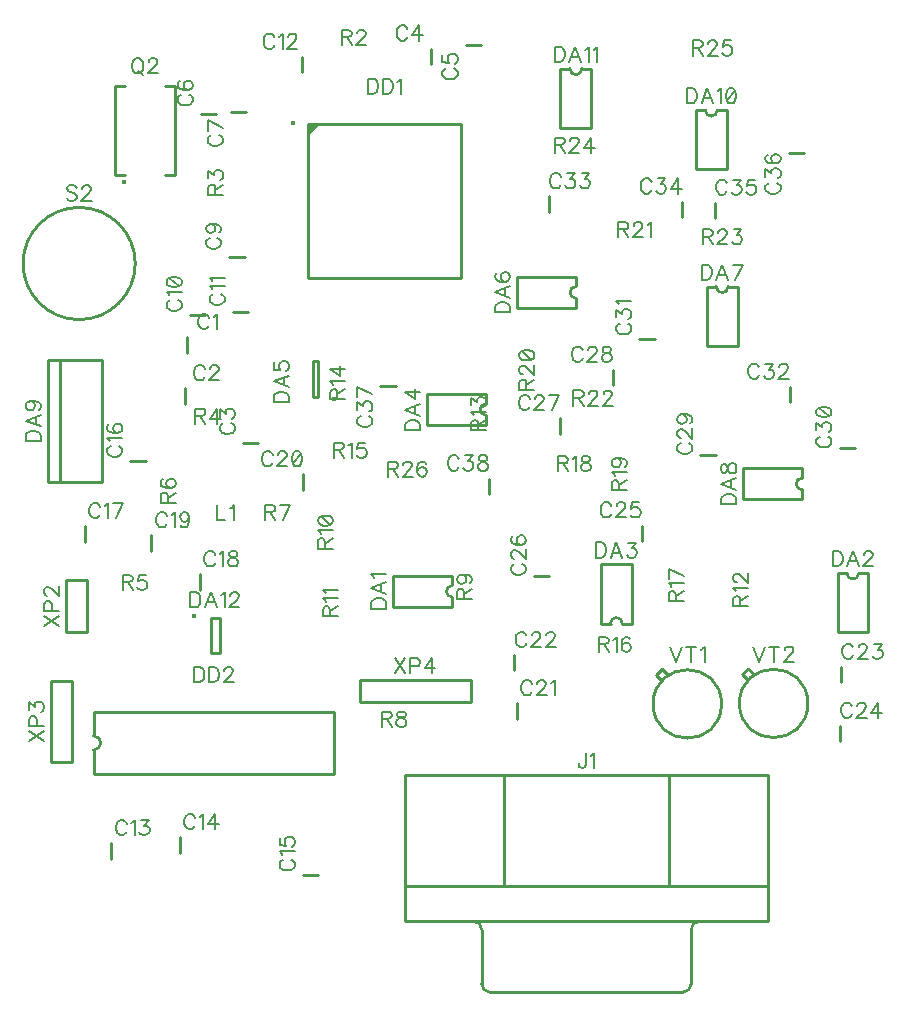
<source format=gbr>
G04 DipTrace 3.2.0.1*
G04 Âåðõíÿÿìàðêèðîâêà.gbr*
%MOIN*%
G04 #@! TF.FileFunction,Legend,Top*
G04 #@! TF.Part,Single*
%ADD10C,0.009843*%
%ADD17C,0.016398*%
%ADD22C,0.015475*%
%ADD24C,0.015395*%
%ADD26C,0.015422*%
%ADD97C,0.00772*%
%FSLAX26Y26*%
G04*
G70*
G90*
G75*
G01*
G04 TopSilk*
%LPD*%
X1064243Y2409948D2*
D10*
Y2461089D1*
X1060323Y2239496D2*
Y2290638D1*
X1303562Y2110172D2*
X1252420D1*
X1879051Y3423412D2*
Y3372270D1*
X1994559Y3434584D2*
X2045701D1*
X1163293Y3204699D2*
X1112151D1*
X1212156Y3212238D2*
X1263298D1*
X1257495Y2727100D2*
X1206353D1*
X1126125Y2534529D2*
X1074983D1*
X1269259Y2543766D2*
X1218117D1*
X1447879Y3396087D2*
Y3344945D1*
X1468160Y3170927D2*
X1980034D1*
Y2659052D1*
X1468160D1*
Y3170927D1*
G36*
D2*
Y3135454D1*
Y3170927D1*
G37*
G36*
D2*
Y3131505D1*
X1507581Y3170927D1*
X1468160D1*
G37*
D17*
X1420540Y3176381D3*
X519249Y2706965D2*
D10*
G02X519249Y2706965I187008J0D01*
G01*
D22*
X856722Y2977373D3*
X825221Y3002498D2*
D10*
Y3297662D1*
X858779D2*
X825221D1*
X858779Y3002498D2*
X825221D1*
X1025928D2*
Y3297662D1*
X992591D1*
X1025928Y3002498D2*
X992591D1*
D24*
X1090524Y1530569D3*
X1144590Y1525306D2*
D10*
Y1407198D1*
X1176080Y1525306D2*
Y1407198D1*
X1144590D2*
X1176080D1*
X1144590Y1525306D2*
X1176080D1*
X1043294Y743398D2*
Y794539D1*
X1502652Y669243D2*
X1451510D1*
X927936Y2047445D2*
X876794D1*
X725615Y1780134D2*
Y1831276D1*
X1109219Y1619387D2*
Y1670529D1*
X947286Y1749322D2*
Y1800463D1*
X1453102Y2003875D2*
Y1952734D1*
X2164828Y1189762D2*
Y1240904D1*
D26*
X1554164Y2254051D3*
X1504022Y2263252D2*
D10*
Y2381357D1*
X1484337D1*
Y2263252D1*
X1504022D1*
X640854Y1977148D2*
Y2386597D1*
X601428Y1977148D2*
Y2386597D1*
X782530Y1977148D2*
Y2386597D1*
Y1977148D2*
X601428D1*
X782530Y2386597D2*
X601428D1*
X661703Y1479822D2*
X732570D1*
Y1650688D2*
Y1479822D1*
X661703Y1650688D2*
X732570D1*
X661703D2*
Y1479822D1*
X683226Y1316186D2*
X612360D1*
Y1045320D2*
Y1316186D1*
X683226Y1045320D2*
X612360D1*
X683226D2*
Y1316186D1*
X1641395Y1246585D2*
Y1317451D1*
X2012261Y1246585D2*
Y1317451D1*
X1641395Y1246585D2*
X2012261D1*
X1641395Y1317451D2*
X2012261D1*
X754302Y1211289D2*
X1557451D1*
Y1006556D2*
Y1211289D1*
X754302Y1006556D2*
X1557451D1*
X754302D2*
Y1085297D1*
Y1211289D2*
Y1132548D1*
Y1085297D2*
G03X754302Y1132548I-13J23626D01*
G01*
X1950325Y1665499D2*
X1753470D1*
X1950325Y1563123D2*
X1753470D1*
Y1665499D2*
Y1563123D1*
X1950325Y1634006D2*
Y1665499D1*
Y1594617D2*
Y1563123D1*
Y1634006D2*
G03X1950325Y1594617I9J-19694D01*
G01*
X3234352Y1674940D2*
Y1478086D1*
X3336729Y1674940D2*
Y1478086D1*
X3234352D2*
X3336729D1*
X3265846Y1674940D2*
X3234352D1*
X3305235D2*
X3336729D1*
X3265846D2*
G03X3305235Y1674940I19694J9D01*
G01*
X2157385Y1350869D2*
Y1402010D1*
X3246597Y1310953D2*
Y1362094D1*
X3243244Y1114972D2*
Y1166114D1*
X1710436Y2300312D2*
X1761577D1*
X2362418Y2661972D2*
X2165564D1*
X2362418Y2559595D2*
X2165564D1*
Y2661972D2*
Y2559595D1*
X2362418Y2630478D2*
Y2661972D1*
Y2591089D2*
Y2559595D1*
Y2630478D2*
G03X2362418Y2591089I9J-19694D01*
G01*
X2271816Y2879722D2*
Y2930864D1*
X2309921Y2191248D2*
Y2140106D1*
X2798502Y2629673D2*
Y2432818D1*
X2900878Y2629673D2*
Y2432818D1*
X2798502D2*
X2900878D1*
X2829996Y2629673D2*
X2798502D1*
X2869385D2*
X2900878D1*
X2829996D2*
G03X2869385Y2629673I19694J9D01*
G01*
X3116465Y2023716D2*
X2919611D1*
X3116465Y1921339D2*
X2919611D1*
Y2023716D2*
Y1921339D1*
X3116465Y1992222D2*
Y2023716D1*
Y1952833D2*
Y1921339D1*
Y1992222D2*
G03X3116465Y1952833I9J-19694D01*
G01*
X3291995Y2090404D2*
X3240853D1*
X2624655Y2456156D2*
X2573513D1*
X3074927Y2295642D2*
Y2244500D1*
X2486152Y2352315D2*
Y2301173D1*
X2717343Y2913256D2*
Y2862114D1*
X2825551Y2858457D2*
Y2909598D1*
X2762498Y3218022D2*
Y3021167D1*
X2864875Y3218022D2*
Y3021167D1*
X2762498D2*
X2864875D1*
X2793992Y3218022D2*
X2762498D1*
X2833381D2*
X2864875D1*
X2793992D2*
G03X2833381Y3218022I19694J9D01*
G01*
X3071152Y3076677D2*
X3122294D1*
X2548402Y1506988D2*
Y1703842D1*
X2446026Y1506988D2*
Y1703842D1*
X2548402D2*
X2446026D1*
X2516908Y1506988D2*
X2548402D1*
X2477519D2*
X2446026D1*
X2516908D2*
G03X2477519Y1506988I-19694J-9D01*
G01*
X2273402Y1664126D2*
X2222260D1*
X2828084Y2067176D2*
X2776942D1*
X2062724Y2271533D2*
X1865869D1*
X2062724Y2169157D2*
X1865869D1*
Y2271533D2*
Y2169157D1*
X2062724Y2240040D2*
Y2271533D1*
Y2200651D2*
Y2169157D1*
Y2240040D2*
G03X2062724Y2200651I9J-19694D01*
G01*
X2073203Y1990067D2*
Y1938925D1*
X2582192Y1833647D2*
Y1782505D1*
X813819Y723312D2*
Y774454D1*
X2047969Y305287D2*
G03X2075858Y277758I28094J569D01*
G01*
X2047969Y486400D2*
G03X2021291Y513930I-26055J1442D01*
G01*
X2718535Y277758D2*
G03X2746425Y305287I-204J28099D01*
G01*
X2773102Y513930D2*
G03X2746425Y486400I-622J-26087D01*
G01*
X2047969D2*
Y305287D1*
X2746425Y486400D2*
Y305287D1*
X2672457Y1002212D2*
Y632016D1*
X3003496Y513930D2*
X1790898D1*
X2121937Y1002212D2*
Y632016D1*
X3003496Y1002212D2*
X1790898D1*
X2718535Y277758D2*
X2075858D1*
X3003496Y1002212D2*
Y513930D1*
X1790898Y1002212D2*
Y513930D1*
X3003496Y632016D2*
X1790898D1*
X2310671Y3356224D2*
Y3159369D1*
X2413048Y3356224D2*
Y3159369D1*
X2310671D2*
X2413048D1*
X2342165Y3356224D2*
X2310671D1*
X2381554D2*
X2413048D1*
X2342165D2*
G03X2381554Y3356224I19694J9D01*
G01*
X2648809Y1315898D2*
X2629118Y1335587D1*
X2668499D2*
X2648809Y1355276D1*
X2629118Y1335587D1*
X2619683Y1238952D2*
G02X2619683Y1238952I113949J0D01*
G01*
X2936328Y1317510D2*
X2916638Y1337199D1*
X2956019D2*
X2936328Y1356887D1*
X2916638Y1337199D1*
X2907203Y1240563D2*
G02X2907203Y1240563I113949J0D01*
G01*
X1139338Y2526331D2*
D97*
X1136961Y2531084D1*
X1132153Y2535892D1*
X1127400Y2538269D1*
X1117838D1*
X1113030Y2535892D1*
X1108277Y2531084D1*
X1105845Y2526331D1*
X1103468Y2519146D1*
Y2507152D1*
X1105845Y2500022D1*
X1108277Y2495214D1*
X1113030Y2490461D1*
X1117838Y2488029D1*
X1127400D1*
X1132153Y2490461D1*
X1136961Y2495214D1*
X1139338Y2500022D1*
X1154777Y2528652D2*
X1159586Y2531084D1*
X1166771Y2538214D1*
Y2488029D1*
X1124668Y2355879D2*
X1122292Y2360633D1*
X1117483Y2365441D1*
X1112730Y2367818D1*
X1103168D1*
X1098360Y2365441D1*
X1093607Y2360633D1*
X1091175Y2355879D1*
X1088798Y2348694D1*
Y2336701D1*
X1091175Y2329571D1*
X1093607Y2324763D1*
X1098360Y2320009D1*
X1103168Y2317578D1*
X1112730D1*
X1117483Y2320009D1*
X1122292Y2324763D1*
X1124668Y2329571D1*
X1142539Y2355824D2*
Y2358201D1*
X1144916Y2363009D1*
X1147292Y2365386D1*
X1152101Y2367762D1*
X1161663D1*
X1166416Y2365386D1*
X1168792Y2363009D1*
X1171224Y2358201D1*
Y2353447D1*
X1168792Y2348639D1*
X1164039Y2341509D1*
X1140107Y2317578D1*
X1173601D1*
X1187178Y2174517D2*
X1182425Y2172141D1*
X1177617Y2167332D1*
X1175240Y2162579D1*
Y2153018D1*
X1177617Y2148209D1*
X1182425Y2143456D1*
X1187178Y2141024D1*
X1194363Y2138647D1*
X1206357D1*
X1213487Y2141024D1*
X1218295Y2143456D1*
X1223048Y2148209D1*
X1225480Y2153017D1*
Y2162579D1*
X1223048Y2167332D1*
X1218295Y2172141D1*
X1213487Y2174517D1*
X1175296Y2194765D2*
Y2221018D1*
X1194419Y2206703D1*
Y2213888D1*
X1196795Y2218641D1*
X1199172Y2221018D1*
X1206357Y2223450D1*
X1211110D1*
X1218295Y2221018D1*
X1223104Y2216265D1*
X1225480Y2209080D1*
Y2201895D1*
X1223104Y2194765D1*
X1220672Y2192388D1*
X1215919Y2189957D1*
X1800455Y3488654D2*
X1798078Y3493407D1*
X1793270Y3498215D1*
X1788517Y3500592D1*
X1778955D1*
X1774147Y3498215D1*
X1769393Y3493407D1*
X1766962Y3488654D1*
X1764585Y3481469D1*
Y3469475D1*
X1766962Y3462345D1*
X1769393Y3457537D1*
X1774147Y3452784D1*
X1778955Y3450352D1*
X1788517D1*
X1793270Y3452784D1*
X1798078Y3457537D1*
X1800455Y3462345D1*
X1839826Y3450352D2*
Y3500537D1*
X1815894Y3467099D1*
X1851764D1*
X1929318Y3357176D2*
X1924564Y3354800D1*
X1919756Y3349991D1*
X1917379Y3345238D1*
Y3335676D1*
X1919756Y3330868D1*
X1924564Y3326115D1*
X1929318Y3323683D1*
X1936503Y3321306D1*
X1948496D1*
X1955626Y3323683D1*
X1960434Y3326115D1*
X1965187Y3330868D1*
X1967619Y3335676D1*
Y3345238D1*
X1965187Y3349991D1*
X1960434Y3354799D1*
X1955626Y3357176D1*
X1917435Y3401300D2*
Y3377424D1*
X1938934Y3375047D1*
X1936558Y3377424D1*
X1934126Y3384609D1*
Y3391739D1*
X1936558Y3398924D1*
X1941311Y3403732D1*
X1948496Y3406109D1*
X1953249D1*
X1960434Y3403732D1*
X1965243Y3398924D1*
X1967619Y3391739D1*
Y3384609D1*
X1965243Y3377424D1*
X1962811Y3375047D1*
X1958058Y3372615D1*
X1046909Y3270261D2*
X1042156Y3267884D1*
X1037348Y3263076D1*
X1034971Y3258323D1*
Y3248761D1*
X1037348Y3243953D1*
X1042156Y3239199D1*
X1046909Y3236768D1*
X1054094Y3234391D1*
X1066088D1*
X1073218Y3236768D1*
X1078026Y3239199D1*
X1082779Y3243953D1*
X1085211Y3248761D1*
Y3258323D1*
X1082779Y3263076D1*
X1078026Y3267884D1*
X1073218Y3270261D1*
X1042156Y3314385D2*
X1037403Y3312008D1*
X1035026Y3304823D1*
Y3300070D1*
X1037403Y3292885D1*
X1044588Y3288077D1*
X1056526Y3285700D1*
X1068465D1*
X1078026Y3288077D1*
X1082835Y3292885D1*
X1085211Y3300070D1*
Y3302447D1*
X1082835Y3309576D1*
X1078026Y3314385D1*
X1070841Y3316761D1*
X1068465D1*
X1061280Y3314385D1*
X1056526Y3309576D1*
X1054150Y3302447D1*
Y3300070D1*
X1056526Y3292885D1*
X1061280Y3288077D1*
X1068465Y3285700D1*
X1146915Y3134830D2*
X1142161Y3132453D1*
X1137353Y3127645D1*
X1134976Y3122891D1*
Y3113330D1*
X1137353Y3108521D1*
X1142161Y3103768D1*
X1146915Y3101336D1*
X1154100Y3098960D1*
X1166093D1*
X1173223Y3101336D1*
X1178031Y3103768D1*
X1182785Y3108521D1*
X1185216Y3113330D1*
Y3122891D1*
X1182785Y3127645D1*
X1178031Y3132453D1*
X1173223Y3134830D1*
X1185216Y3159830D2*
X1135032Y3183762D1*
Y3150269D1*
X1141112Y2792633D2*
X1136358Y2790257D1*
X1131550Y2785448D1*
X1129173Y2780695D1*
Y2771134D1*
X1131550Y2766325D1*
X1136358Y2761572D1*
X1141111Y2759140D1*
X1148297Y2756764D1*
X1160290D1*
X1167420Y2759140D1*
X1172228Y2761572D1*
X1176981Y2766325D1*
X1179413Y2771134D1*
Y2780695D1*
X1176981Y2785448D1*
X1172228Y2790257D1*
X1167420Y2792633D1*
X1145920Y2839189D2*
X1153105Y2836758D1*
X1157913Y2832004D1*
X1160290Y2824819D1*
Y2822443D1*
X1157913Y2815258D1*
X1153105Y2810505D1*
X1145920Y2808073D1*
X1143543D1*
X1136358Y2810505D1*
X1131605Y2815258D1*
X1129229Y2822443D1*
Y2824819D1*
X1131605Y2832004D1*
X1136358Y2836758D1*
X1145920Y2839189D1*
X1157913D1*
X1169852Y2836757D1*
X1177037Y2832004D1*
X1179413Y2824819D1*
Y2820066D1*
X1177037Y2812881D1*
X1172228Y2810504D1*
X1009741Y2585158D2*
X1004988Y2582781D1*
X1000180Y2577973D1*
X997803Y2573220D1*
Y2563658D1*
X1000180Y2558850D1*
X1004988Y2554096D1*
X1009741Y2551665D1*
X1016926Y2549288D1*
X1028920D1*
X1036050Y2551665D1*
X1040858Y2554096D1*
X1045611Y2558850D1*
X1048043Y2563658D1*
Y2573220D1*
X1045611Y2577973D1*
X1040858Y2582781D1*
X1036050Y2585158D1*
X1007420Y2600597D2*
X1004988Y2605406D1*
X997859Y2612591D1*
X1048043D1*
X997859Y2642400D2*
X1000235Y2635215D1*
X1007420Y2630406D1*
X1019358Y2628030D1*
X1026543D1*
X1038482Y2630406D1*
X1045667Y2635215D1*
X1048043Y2642400D1*
Y2647153D1*
X1045667Y2654338D1*
X1038482Y2659091D1*
X1026543Y2661523D1*
X1019358D1*
X1007420Y2659091D1*
X1000235Y2654338D1*
X997859Y2647153D1*
Y2642400D1*
X1007420Y2659091D2*
X1038482Y2630406D1*
X1152875Y2605145D2*
X1148122Y2602769D1*
X1143314Y2597960D1*
X1140937Y2593207D1*
Y2583646D1*
X1143314Y2578837D1*
X1148122Y2574084D1*
X1152875Y2571652D1*
X1160060Y2569275D1*
X1172054D1*
X1179184Y2571652D1*
X1183992Y2574084D1*
X1188745Y2578837D1*
X1191177Y2583646D1*
Y2593207D1*
X1188745Y2597960D1*
X1183992Y2602769D1*
X1179184Y2605145D1*
X1150554Y2620585D2*
X1148122Y2625393D1*
X1140992Y2632578D1*
X1191177D1*
X1150554Y2648017D2*
X1148122Y2652826D1*
X1140992Y2660011D1*
X1191177D1*
X1356755Y3461328D2*
X1354378Y3466081D1*
X1349570Y3470890D1*
X1344817Y3473266D1*
X1335255D1*
X1330447Y3470890D1*
X1325693Y3466081D1*
X1323262Y3461328D1*
X1320885Y3454143D1*
Y3442150D1*
X1323262Y3435020D1*
X1325693Y3430211D1*
X1330447Y3425458D1*
X1335255Y3423026D1*
X1344817D1*
X1349570Y3425458D1*
X1354378Y3430211D1*
X1356755Y3435020D1*
X1372194Y3463649D2*
X1377003Y3466081D1*
X1384188Y3473211D1*
Y3423026D1*
X1402059Y3461273D2*
Y3463649D1*
X1404435Y3468458D1*
X1406812Y3470835D1*
X1411620Y3473211D1*
X1421182D1*
X1425935Y3470835D1*
X1428312Y3468458D1*
X1430744Y3463649D1*
Y3458896D1*
X1428312Y3454088D1*
X1423559Y3446958D1*
X1399627Y3423026D1*
X1433120D1*
X1669168Y3322858D2*
Y3272618D1*
X1685914D1*
X1693099Y3275050D1*
X1697908Y3279803D1*
X1700285Y3284612D1*
X1702661Y3291741D1*
Y3303735D1*
X1700285Y3310920D1*
X1697908Y3315673D1*
X1693099Y3320482D1*
X1685914Y3322858D1*
X1669168D1*
X1718100D2*
Y3272618D1*
X1734847D1*
X1742032Y3275050D1*
X1746841Y3279803D1*
X1749217Y3284612D1*
X1751594Y3291741D1*
Y3303735D1*
X1749217Y3310920D1*
X1746841Y3315673D1*
X1742032Y3320482D1*
X1734847Y3322858D1*
X1718100D1*
X1767033Y3313241D2*
X1771841Y3315673D1*
X1779026Y3322803D1*
Y3272618D1*
X1581018Y3461783D2*
X1602518D1*
X1609703Y3464215D1*
X1612135Y3466592D1*
X1614511Y3471345D1*
Y3476154D1*
X1612135Y3480907D1*
X1609703Y3483339D1*
X1602518Y3485715D1*
X1581018D1*
Y3435475D1*
X1597765Y3461783D2*
X1614511Y3435475D1*
X1632382Y3473722D2*
Y3476098D1*
X1634759Y3480907D1*
X1637136Y3483283D1*
X1641944Y3485660D1*
X1651506D1*
X1656259Y3483283D1*
X1658635Y3480907D1*
X1661067Y3476098D1*
Y3471345D1*
X1658635Y3466537D1*
X1653882Y3459407D1*
X1629951Y3435475D1*
X1663444D1*
X1160249Y2936701D2*
Y2958200D1*
X1157818Y2965385D1*
X1155441Y2967817D1*
X1150688Y2970194D1*
X1145879D1*
X1141126Y2967817D1*
X1138694Y2965385D1*
X1136318Y2958200D1*
Y2936701D1*
X1186558D1*
X1160249Y2953447D2*
X1186558Y2970194D1*
X1136373Y2990442D2*
Y3016695D1*
X1155496Y3002380D1*
Y3009565D1*
X1157873Y3014318D1*
X1160249Y3016695D1*
X1167434Y3019126D1*
X1172188D1*
X1179373Y3016694D1*
X1184181Y3011941D1*
X1186558Y3004756D1*
Y2997571D1*
X1184181Y2990441D1*
X1181749Y2988065D1*
X1176996Y2985633D1*
X1093327Y2199424D2*
X1114827D1*
X1122012Y2201856D1*
X1124444Y2204232D1*
X1126820Y2208986D1*
Y2213794D1*
X1124444Y2218547D1*
X1122012Y2220979D1*
X1114827Y2223356D1*
X1093327D1*
Y2173116D1*
X1110074Y2199424D2*
X1126820Y2173116D1*
X1166191D2*
Y2223300D1*
X1142260Y2189862D1*
X1178130D1*
X698538Y2960010D2*
X693784Y2964819D1*
X686599Y2967196D1*
X677038D1*
X669853Y2964819D1*
X665044Y2960010D1*
Y2955257D1*
X667476Y2950449D1*
X669853Y2948072D1*
X674606Y2945696D1*
X688976Y2940887D1*
X693784Y2938511D1*
X696161Y2936079D1*
X698538Y2931326D1*
Y2924141D1*
X693784Y2919387D1*
X686599Y2916956D1*
X677038D1*
X669853Y2919387D1*
X665044Y2924141D1*
X716409Y2955202D2*
Y2957579D1*
X718785Y2962387D1*
X721162Y2964764D1*
X725970Y2967140D1*
X735532D1*
X740285Y2964764D1*
X742662Y2962387D1*
X745094Y2957579D1*
Y2952825D1*
X742662Y2948017D1*
X737909Y2940887D1*
X713977Y2916956D1*
X747470D1*
X896328Y3390636D2*
X891575Y3388315D1*
X886766Y3383507D1*
X884389Y3378698D1*
X881958Y3371513D1*
Y3359575D1*
X884389Y3352390D1*
X886766Y3347637D1*
X891575Y3342828D1*
X896328Y3340452D1*
X905889D1*
X910698Y3342828D1*
X915451Y3347637D1*
X917828Y3352390D1*
X920259Y3359575D1*
Y3371513D1*
X917828Y3378698D1*
X915451Y3383507D1*
X910698Y3388315D1*
X905889Y3390636D1*
X896328D1*
X903513Y3350013D2*
X917828Y3335643D1*
X938131Y3378643D2*
Y3381020D1*
X940507Y3385828D1*
X942884Y3388205D1*
X947692Y3390581D1*
X957254D1*
X962007Y3388205D1*
X964384Y3385828D1*
X966815Y3381020D1*
Y3376266D1*
X964384Y3371458D1*
X959630Y3364328D1*
X935699Y3340396D1*
X969192D1*
X1077165Y1611492D2*
Y1561252D1*
X1093911D1*
X1101096Y1563684D1*
X1105905Y1568437D1*
X1108281Y1573246D1*
X1110658Y1580375D1*
Y1592369D1*
X1108281Y1599554D1*
X1105905Y1604307D1*
X1101096Y1609116D1*
X1093911Y1611492D1*
X1077165D1*
X1164399Y1561252D2*
X1145221Y1611492D1*
X1126097Y1561252D1*
X1133282Y1577999D2*
X1157214D1*
X1179838Y1601875D2*
X1184647Y1604307D1*
X1191832Y1611437D1*
Y1561252D1*
X1209703Y1599499D2*
Y1601875D1*
X1212080Y1606684D1*
X1214456Y1609060D1*
X1219265Y1611437D1*
X1228826D1*
X1233579Y1609060D1*
X1235956Y1606684D1*
X1238388Y1601875D1*
Y1597122D1*
X1235956Y1592314D1*
X1231203Y1585184D1*
X1207271Y1561252D1*
X1240764D1*
X1092735Y859781D2*
X1090358Y864534D1*
X1085550Y869343D1*
X1080796Y871719D1*
X1071235D1*
X1066426Y869343D1*
X1061673Y864534D1*
X1059241Y859781D1*
X1056865Y852596D1*
Y840602D1*
X1059241Y833473D1*
X1061673Y828664D1*
X1066426Y823911D1*
X1071235Y821479D1*
X1080796D1*
X1085550Y823911D1*
X1090358Y828664D1*
X1092735Y833473D1*
X1108174Y862102D2*
X1112982Y864534D1*
X1120167Y871664D1*
Y821479D1*
X1159538D2*
Y871664D1*
X1135607Y838226D1*
X1171477D1*
X1386269Y719872D2*
X1381516Y717495D1*
X1376707Y712687D1*
X1374331Y707934D1*
Y698372D1*
X1376707Y693564D1*
X1381516Y688810D1*
X1386269Y686379D1*
X1393454Y684002D1*
X1405447D1*
X1412577Y686379D1*
X1417386Y688810D1*
X1422139Y693564D1*
X1424571Y698372D1*
Y707934D1*
X1422139Y712687D1*
X1417386Y717495D1*
X1412577Y719872D1*
X1383948Y735311D2*
X1381516Y740119D1*
X1374386Y747305D1*
X1424571Y747304D1*
X1374386Y791429D2*
Y767552D1*
X1395886Y765176D1*
X1393509Y767552D1*
X1391077Y774737D1*
Y781867D1*
X1393509Y789052D1*
X1398262Y793860D1*
X1405448Y796237D1*
X1410201D1*
X1417386Y793860D1*
X1422194Y789052D1*
X1424571Y781867D1*
Y774737D1*
X1422194Y767552D1*
X1419762Y765176D1*
X1415009Y762744D1*
X811552Y2099290D2*
X806799Y2096913D1*
X801991Y2092105D1*
X799614Y2087352D1*
Y2077790D1*
X801991Y2072982D1*
X806799Y2068228D1*
X811552Y2065797D1*
X818737Y2063420D1*
X830731D1*
X837861Y2065797D1*
X842669Y2068228D1*
X847422Y2072982D1*
X849854Y2077790D1*
Y2087352D1*
X847422Y2092105D1*
X842669Y2096913D1*
X837861Y2099290D1*
X809231Y2114729D2*
X806799Y2119538D1*
X799670Y2126723D1*
X849854D1*
X806799Y2170847D2*
X802046Y2168470D1*
X799670Y2161285D1*
Y2156532D1*
X802046Y2149347D1*
X809231Y2144538D1*
X821169Y2142162D1*
X833108D1*
X842669Y2144538D1*
X847478Y2149347D1*
X849854Y2156532D1*
Y2158908D1*
X847478Y2166038D1*
X842669Y2170847D1*
X835484Y2173223D1*
X833108D1*
X825923Y2170847D1*
X821169Y2166038D1*
X818793Y2158908D1*
Y2156532D1*
X821169Y2149347D1*
X825923Y2144538D1*
X833108Y2142162D1*
X776244Y1896517D2*
X773868Y1901270D1*
X769059Y1906079D1*
X764306Y1908455D1*
X754745D1*
X749936Y1906079D1*
X745183Y1901270D1*
X742751Y1896517D1*
X740375Y1889332D1*
Y1877339D1*
X742751Y1870209D1*
X745183Y1865400D1*
X749936Y1860647D1*
X754745Y1858215D1*
X764306D1*
X769059Y1860647D1*
X773868Y1865400D1*
X776244Y1870209D1*
X791684Y1898838D2*
X796492Y1901270D1*
X803677Y1908400D1*
Y1858215D1*
X828678D2*
X852610Y1908400D1*
X819116D1*
X1159876Y1735770D2*
X1157499Y1740524D1*
X1152691Y1745332D1*
X1147938Y1747709D1*
X1138376D1*
X1133567Y1745332D1*
X1128814Y1740524D1*
X1126382Y1735770D1*
X1124006Y1728585D1*
Y1716592D1*
X1126382Y1709462D1*
X1128814Y1704654D1*
X1133567Y1699900D1*
X1138376Y1697469D1*
X1147938D1*
X1152691Y1699900D1*
X1157499Y1704654D1*
X1159876Y1709462D1*
X1175315Y1738092D2*
X1180123Y1740524D1*
X1187308Y1747653D1*
Y1697469D1*
X1214686Y1747653D2*
X1207556Y1745277D1*
X1205124Y1740524D1*
Y1735715D1*
X1207556Y1730962D1*
X1212309Y1728530D1*
X1221871Y1726154D1*
X1229056Y1723777D1*
X1233809Y1718968D1*
X1236186Y1714215D1*
Y1707030D1*
X1233809Y1702277D1*
X1231433Y1699845D1*
X1224248Y1697469D1*
X1214686D1*
X1207556Y1699845D1*
X1205124Y1702277D1*
X1202748Y1707030D1*
Y1714215D1*
X1205124Y1718968D1*
X1209933Y1723777D1*
X1217063Y1726154D1*
X1226624Y1728530D1*
X1231433Y1730962D1*
X1233809Y1735715D1*
Y1740524D1*
X1231433Y1745277D1*
X1224248Y1747653D1*
X1214686D1*
X999103Y1865705D2*
X996727Y1870458D1*
X991918Y1875266D1*
X987165Y1877643D1*
X977603D1*
X972795Y1875266D1*
X968042Y1870458D1*
X965610Y1865705D1*
X963233Y1858520D1*
Y1846526D1*
X965610Y1839397D1*
X968042Y1834588D1*
X972795Y1829835D1*
X977603Y1827403D1*
X987165D1*
X991918Y1829835D1*
X996727Y1834588D1*
X999103Y1839397D1*
X1014543Y1868026D2*
X1019351Y1870458D1*
X1026536Y1877588D1*
Y1827403D1*
X1073092Y1860896D2*
X1070660Y1853711D1*
X1065907Y1848903D1*
X1058722Y1846526D1*
X1056345D1*
X1049160Y1848903D1*
X1044407Y1853711D1*
X1041975Y1860896D1*
Y1863273D1*
X1044407Y1870458D1*
X1049160Y1875211D1*
X1056345Y1877588D1*
X1058722D1*
X1065907Y1875211D1*
X1070660Y1870458D1*
X1073092Y1860896D1*
Y1848903D1*
X1070660Y1836965D1*
X1065907Y1829780D1*
X1058722Y1827403D1*
X1053969D1*
X1046784Y1829780D1*
X1044407Y1834588D1*
X1351228Y2069117D2*
X1348852Y2073870D1*
X1344043Y2078679D1*
X1339290Y2081055D1*
X1329728D1*
X1324920Y2078679D1*
X1320167Y2073870D1*
X1317735Y2069117D1*
X1315358Y2061932D1*
Y2049938D1*
X1317735Y2042809D1*
X1320167Y2038000D1*
X1324920Y2033247D1*
X1329728Y2030815D1*
X1339290D1*
X1344043Y2033247D1*
X1348852Y2038000D1*
X1351228Y2042809D1*
X1369099Y2069062D2*
Y2071438D1*
X1371476Y2076247D1*
X1373852Y2078623D1*
X1378661Y2081000D1*
X1388222D1*
X1392976Y2078623D1*
X1395352Y2076247D1*
X1397784Y2071438D1*
Y2066685D1*
X1395352Y2061877D1*
X1390599Y2054747D1*
X1366667Y2030815D1*
X1400161D1*
X1429970Y2081000D2*
X1422785Y2078623D1*
X1417977Y2071438D1*
X1415600Y2059500D1*
Y2052315D1*
X1417977Y2040377D1*
X1422785Y2033192D1*
X1429970Y2030815D1*
X1434723D1*
X1441908Y2033192D1*
X1446661Y2040377D1*
X1449093Y2052315D1*
Y2059500D1*
X1446661Y2071438D1*
X1441908Y2078623D1*
X1434723Y2081000D1*
X1429970D1*
X1446661Y2071438D2*
X1417977Y2040377D1*
X2215457Y1306146D2*
X2213080Y1310899D1*
X2208272Y1315707D1*
X2203519Y1318084D1*
X2193957D1*
X2189149Y1315707D1*
X2184396Y1310899D1*
X2181964Y1306146D1*
X2179587Y1298961D1*
Y1286967D1*
X2181964Y1279837D1*
X2184396Y1275029D1*
X2189149Y1270276D1*
X2193957Y1267844D1*
X2203519D1*
X2208272Y1270276D1*
X2213080Y1275029D1*
X2215457Y1279837D1*
X2233328Y1306090D2*
Y1308467D1*
X2235705Y1313276D1*
X2238081Y1315652D1*
X2242890Y1318029D1*
X2252451D1*
X2257205Y1315652D1*
X2259581Y1313276D1*
X2262013Y1308467D1*
Y1303714D1*
X2259581Y1298905D1*
X2254828Y1291776D1*
X2230896Y1267844D1*
X2264390D1*
X2279829Y1308467D2*
X2284637Y1310899D1*
X2291822Y1318029D1*
Y1267844D1*
X1355012Y2245770D2*
X1405252D1*
Y2262516D1*
X1402820Y2269701D1*
X1398067Y2274510D1*
X1393258Y2276886D1*
X1386129Y2279263D1*
X1374135D1*
X1366950Y2276886D1*
X1362197Y2274510D1*
X1357388Y2269701D1*
X1355012Y2262516D1*
Y2245770D1*
X1405252Y2333004D2*
X1355012Y2313825D1*
X1405252Y2294702D1*
X1388505Y2301887D2*
Y2325819D1*
X1355067Y2377128D2*
Y2353252D1*
X1376567Y2350875D1*
X1374190Y2353252D1*
X1371759Y2360437D1*
Y2367566D1*
X1374190Y2374751D1*
X1378944Y2379560D1*
X1386129Y2381937D1*
X1390882D1*
X1398067Y2379560D1*
X1402875Y2374751D1*
X1405252Y2367566D1*
Y2360437D1*
X1402875Y2353252D1*
X1400443Y2350875D1*
X1395690Y2348443D1*
X1165432Y1900871D2*
Y1850631D1*
X1194117D1*
X1209556Y1891254D2*
X1214365Y1893686D1*
X1221550Y1900816D1*
Y1850631D1*
X528205Y2114978D2*
X578445D1*
Y2131724D1*
X576013Y2138909D1*
X571260Y2143718D1*
X566451Y2146094D1*
X559322Y2148471D1*
X547328D1*
X540143Y2146094D1*
X535390Y2143718D1*
X530581Y2138909D1*
X528205Y2131724D1*
Y2114978D1*
X578445Y2202212D2*
X528205Y2183033D1*
X578445Y2163910D1*
X561698Y2171095D2*
Y2195027D1*
X544951Y2248768D2*
X552136Y2246336D1*
X556945Y2241583D1*
X559322Y2234398D1*
Y2232021D1*
X556945Y2224836D1*
X552137Y2220083D1*
X544951Y2217651D1*
X542575D1*
X535390Y2220083D1*
X530637Y2224836D1*
X528260Y2232021D1*
Y2234398D1*
X530637Y2241583D1*
X535390Y2246336D1*
X544951Y2248768D1*
X556945D1*
X568883Y2246336D1*
X576068Y2241583D1*
X578445Y2234398D1*
Y2229645D1*
X576068Y2222460D1*
X571260Y2220083D1*
X1002205Y1909830D2*
Y1931330D1*
X999773Y1938515D1*
X997396Y1940947D1*
X992643Y1943323D1*
X987835D1*
X983081Y1940947D1*
X980650Y1938515D1*
X978273Y1931330D1*
Y1909830D1*
X1028513D1*
X1002205Y1926577D2*
X1028513Y1943323D1*
X985458Y1987447D2*
X980705Y1985071D1*
X978328Y1977886D1*
Y1973132D1*
X980705Y1965947D1*
X987890Y1961139D1*
X999828Y1958762D1*
X1011766D1*
X1021328Y1961139D1*
X1026136Y1965947D1*
X1028513Y1973132D1*
Y1975509D1*
X1026136Y1982639D1*
X1021328Y1987447D1*
X1014143Y1989824D1*
X1011766D1*
X1004581Y1987447D1*
X999828Y1982639D1*
X997452Y1975509D1*
Y1973132D1*
X999828Y1965947D1*
X1004581Y1961139D1*
X1011766Y1958762D1*
X1326425Y1878121D2*
X1347925D1*
X1355110Y1880553D1*
X1357542Y1882929D1*
X1359918Y1887682D1*
Y1892491D1*
X1357542Y1897244D1*
X1355110Y1899676D1*
X1347925Y1902052D1*
X1326425D1*
Y1851812D1*
X1343172Y1878121D2*
X1359918Y1851812D1*
X1384919D2*
X1408851Y1901997D1*
X1375357D1*
X1714178Y1189142D2*
X1735678D1*
X1742863Y1191574D1*
X1745295Y1193950D1*
X1747672Y1198703D1*
Y1203512D1*
X1745295Y1208265D1*
X1742863Y1210697D1*
X1735678Y1213073D1*
X1714178D1*
Y1162833D1*
X1730925Y1189142D2*
X1747672Y1162833D1*
X1775049Y1213018D2*
X1767919Y1210642D1*
X1765487Y1205888D1*
Y1201080D1*
X1767919Y1196327D1*
X1772672Y1193895D1*
X1782234Y1191518D1*
X1789419Y1189142D1*
X1794172Y1184333D1*
X1796549Y1179580D1*
Y1172395D1*
X1794172Y1167642D1*
X1791796Y1165210D1*
X1784611Y1162833D1*
X1775049D1*
X1767919Y1165210D1*
X1765487Y1167642D1*
X1763111Y1172395D1*
Y1179580D1*
X1765487Y1184333D1*
X1770296Y1189142D1*
X1777426Y1191518D1*
X1786987Y1193895D1*
X1791796Y1196327D1*
X1794172Y1201080D1*
Y1205888D1*
X1791796Y1210642D1*
X1784611Y1213018D1*
X1775049D1*
X588480Y1499575D2*
X638720Y1533069D1*
X588480D2*
X638720Y1499575D1*
X614789Y1548508D2*
Y1570063D1*
X612412Y1577193D1*
X609980Y1579625D1*
X605227Y1582001D1*
X598042D1*
X593289Y1579625D1*
X590857Y1577193D1*
X588480Y1570063D1*
Y1548508D1*
X638720D1*
X600474Y1599872D2*
X598097D1*
X593289Y1602249D1*
X590912Y1604626D1*
X588536Y1609434D1*
Y1618996D1*
X590912Y1623749D1*
X593289Y1626125D1*
X598097Y1628557D1*
X602850D1*
X607659Y1626125D1*
X614789Y1621372D1*
X638720Y1597441D1*
Y1630934D1*
X539137Y1115074D2*
X589377Y1148567D1*
X539137D2*
X589377Y1115074D1*
X565445Y1164007D2*
Y1185562D1*
X563068Y1192692D1*
X560636Y1195123D1*
X555883Y1197500D1*
X548698D1*
X543945Y1195123D1*
X541513Y1192692D1*
X539137Y1185562D1*
Y1164007D1*
X589377D1*
X539192Y1217748D2*
Y1244001D1*
X558315Y1229686D1*
Y1236871D1*
X560692Y1241624D1*
X563068Y1244001D1*
X570253Y1246433D1*
X575006D1*
X582191Y1244001D1*
X587000Y1239247D1*
X589377Y1232062D1*
Y1224877D1*
X587000Y1217748D1*
X584568Y1215371D1*
X579815Y1212939D1*
X1759961Y1390675D2*
X1793454Y1340435D1*
Y1390675D2*
X1759961Y1340435D1*
X1808893Y1364366D2*
X1830448D1*
X1837578Y1366743D1*
X1840010Y1369175D1*
X1842386Y1373928D1*
Y1381113D1*
X1840010Y1385866D1*
X1837578Y1388298D1*
X1830448Y1390675D1*
X1808893D1*
Y1340435D1*
X1881757D2*
Y1390619D1*
X1857826Y1357181D1*
X1893696D1*
X1090197Y1361673D2*
Y1311433D1*
X1106944D1*
X1114129Y1313865D1*
X1118938Y1318618D1*
X1121314Y1323427D1*
X1123691Y1330556D1*
Y1342550D1*
X1121314Y1349735D1*
X1118938Y1354488D1*
X1114129Y1359297D1*
X1106944Y1361673D1*
X1090197D1*
X1139130D2*
Y1311433D1*
X1155877D1*
X1163062Y1313865D1*
X1167870Y1318618D1*
X1170247Y1323427D1*
X1172623Y1330556D1*
Y1342550D1*
X1170247Y1349735D1*
X1167870Y1354488D1*
X1163062Y1359297D1*
X1155877Y1361673D1*
X1139130D1*
X1190494Y1349680D2*
Y1352056D1*
X1192871Y1356865D1*
X1195248Y1359241D1*
X1200056Y1361618D1*
X1209618D1*
X1214371Y1359241D1*
X1216747Y1356865D1*
X1219179Y1352056D1*
Y1347303D1*
X1216747Y1342495D1*
X1211994Y1335365D1*
X1188063Y1311433D1*
X1221556D1*
X1525667Y1756933D2*
Y1778433D1*
X1523235Y1785618D1*
X1520858Y1788050D1*
X1516105Y1790426D1*
X1511297D1*
X1506543Y1788050D1*
X1504112Y1785618D1*
X1501735Y1778433D1*
Y1756933D1*
X1551975D1*
X1525667Y1773680D2*
X1551975Y1790426D1*
X1511352Y1805866D2*
X1508920Y1810674D1*
X1501790Y1817859D1*
X1551975D1*
X1501790Y1847668D2*
X1504167Y1840483D1*
X1511352Y1835675D1*
X1523290Y1833298D1*
X1530475D1*
X1542413Y1835675D1*
X1549598Y1840483D1*
X1551975Y1847668D1*
Y1852421D1*
X1549598Y1859606D1*
X1542413Y1864360D1*
X1530475Y1866792D1*
X1523290D1*
X1511352Y1864360D1*
X1504167Y1859607D1*
X1501790Y1852421D1*
Y1847668D1*
X1511352Y1864360D2*
X1542413Y1835675D1*
X1680247Y1556978D2*
X1730487D1*
Y1573724D1*
X1728056Y1580909D1*
X1723302Y1585718D1*
X1718494Y1588094D1*
X1711364Y1590471D1*
X1699371D1*
X1692186Y1588094D1*
X1687432Y1585718D1*
X1682624Y1580909D1*
X1680247Y1573724D1*
Y1556978D1*
X1730487Y1644212D2*
X1680247Y1625033D1*
X1730487Y1605910D1*
X1713741Y1613095D2*
Y1637027D1*
X1689864Y1659651D2*
X1687432Y1664460D1*
X1680303Y1671645D1*
X1730487D1*
X2910070Y1565642D2*
Y1587141D1*
X2907638Y1594327D1*
X2905261Y1596758D1*
X2900508Y1599135D1*
X2895700D1*
X2890946Y1596758D1*
X2888514Y1594327D1*
X2886138Y1587142D1*
Y1565642D1*
X2936378D1*
X2910070Y1582388D2*
X2936378Y1599135D1*
X2895755Y1614574D2*
X2893323Y1619383D1*
X2886193Y1626568D1*
X2936378D1*
X2898131Y1644439D2*
X2895755D1*
X2890946Y1646815D1*
X2888570Y1649192D1*
X2886193Y1654000D1*
Y1663562D1*
X2888570Y1668315D1*
X2890946Y1670692D1*
X2895755Y1673124D1*
X2900508D1*
X2905316Y1670692D1*
X2912446Y1665939D1*
X2936378Y1642007D1*
Y1675500D1*
X1542965Y1531069D2*
Y1552569D1*
X1540533Y1559754D1*
X1538156Y1562185D1*
X1533403Y1564562D1*
X1528595D1*
X1523841Y1562185D1*
X1521409Y1559754D1*
X1519033Y1552569D1*
Y1531069D1*
X1569273D1*
X1542965Y1547815D2*
X1569273Y1564562D1*
X1528650Y1580001D2*
X1526218Y1584810D1*
X1519088Y1591995D1*
X1569273D1*
X1528650Y1607434D2*
X1526218Y1612242D1*
X1519088Y1619427D1*
X1569273D1*
X1989514Y1590029D2*
Y1611529D1*
X1987083Y1618714D1*
X1984706Y1621146D1*
X1979953Y1623523D1*
X1975144D1*
X1970391Y1621146D1*
X1967959Y1618714D1*
X1965583Y1611529D1*
Y1590029D1*
X2015823D1*
X1989514Y1606776D2*
X2015823Y1623523D1*
X1982329Y1670079D2*
X1989514Y1667647D1*
X1994323Y1662893D1*
X1996700Y1655708D1*
Y1653332D1*
X1994323Y1646147D1*
X1989514Y1641394D1*
X1982329Y1638962D1*
X1979953D1*
X1972768Y1641394D1*
X1968015Y1646147D1*
X1965638Y1653332D1*
Y1655708D1*
X1968015Y1662893D1*
X1972768Y1667647D1*
X1982329Y1670079D1*
X1994323Y1670078D1*
X2006261Y1667647D1*
X2013446Y1662893D1*
X2015823Y1655708D1*
Y1650955D1*
X2013446Y1643770D1*
X2008638Y1641394D1*
X3217457Y1748163D2*
Y1697923D1*
X3234204D1*
X3241389Y1700355D1*
X3246197Y1705108D1*
X3248574Y1709917D1*
X3250951Y1717047D1*
Y1729040D1*
X3248574Y1736225D1*
X3246197Y1740978D1*
X3241389Y1745787D1*
X3234204Y1748163D1*
X3217457D1*
X3304692Y1697923D2*
X3285513Y1748163D1*
X3266390Y1697923D1*
X3273575Y1714670D2*
X3297507D1*
X3322563Y1736170D2*
Y1738546D1*
X3324939Y1743355D1*
X3327316Y1745732D1*
X3332124Y1748108D1*
X3341686D1*
X3346439Y1745732D1*
X3348816Y1743355D1*
X3351248Y1738546D1*
Y1733793D1*
X3348816Y1728985D1*
X3344063Y1721855D1*
X3320131Y1697923D1*
X3353624D1*
X2197264Y1467252D2*
X2194887Y1472005D1*
X2190078Y1476814D1*
X2185325Y1479190D1*
X2175764D1*
X2170955Y1476814D1*
X2166202Y1472005D1*
X2163770Y1467252D1*
X2161394Y1460067D1*
Y1448074D1*
X2163770Y1440944D1*
X2166202Y1436135D1*
X2170955Y1431382D1*
X2175764Y1428950D1*
X2185325D1*
X2190078Y1431382D1*
X2194887Y1436135D1*
X2197264Y1440944D1*
X2215135Y1467197D2*
Y1469573D1*
X2217511Y1474382D1*
X2219888Y1476758D1*
X2224696Y1479135D1*
X2234258D1*
X2239011Y1476758D1*
X2241388Y1474382D1*
X2243820Y1469573D1*
Y1464820D1*
X2241388Y1460012D1*
X2236634Y1452882D1*
X2212703Y1428950D1*
X2246196D1*
X2264067Y1467197D2*
Y1469573D1*
X2266444Y1474382D1*
X2268820Y1476758D1*
X2273629Y1479135D1*
X2283190D1*
X2287944Y1476758D1*
X2290320Y1474382D1*
X2292752Y1469573D1*
Y1464820D1*
X2290320Y1460012D1*
X2285567Y1452882D1*
X2261635Y1428950D1*
X2295129D1*
X3286476Y1427336D2*
X3284100Y1432089D1*
X3279291Y1436898D1*
X3274538Y1439274D1*
X3264976D1*
X3260168Y1436898D1*
X3255415Y1432089D1*
X3252983Y1427336D1*
X3250606Y1420151D1*
Y1408158D1*
X3252983Y1401028D1*
X3255415Y1396219D1*
X3260168Y1391466D1*
X3264976Y1389034D1*
X3274538D1*
X3279291Y1391466D1*
X3284100Y1396219D1*
X3286476Y1401028D1*
X3304347Y1427281D2*
Y1429657D1*
X3306724Y1434466D1*
X3309100Y1436842D1*
X3313909Y1439219D1*
X3323470D1*
X3328224Y1436842D1*
X3330600Y1434466D1*
X3333032Y1429657D1*
Y1424904D1*
X3330600Y1420096D1*
X3325847Y1412966D1*
X3301915Y1389034D1*
X3335409D1*
X3355656Y1439219D2*
X3381909D1*
X3367595Y1420096D1*
X3374780D1*
X3379533Y1417719D1*
X3381909Y1415343D1*
X3384341Y1408158D1*
Y1403404D1*
X3381909Y1396219D1*
X3377156Y1391411D1*
X3369971Y1389034D1*
X3362786D1*
X3355656Y1391411D1*
X3353280Y1393843D1*
X3350848Y1398596D1*
X3281935Y1231356D2*
X3279558Y1236109D1*
X3274750Y1240917D1*
X3269997Y1243294D1*
X3260435D1*
X3255627Y1240917D1*
X3250873Y1236109D1*
X3248441Y1231356D1*
X3246065Y1224171D1*
Y1212177D1*
X3248441Y1205047D1*
X3250873Y1200239D1*
X3255627Y1195486D1*
X3260435Y1193054D1*
X3269997D1*
X3274750Y1195486D1*
X3279558Y1200239D1*
X3281935Y1205047D1*
X3299806Y1231300D2*
Y1233677D1*
X3302183Y1238485D1*
X3304559Y1240862D1*
X3309368Y1243239D1*
X3318929D1*
X3323682Y1240862D1*
X3326059Y1238485D1*
X3328491Y1233677D1*
Y1228924D1*
X3326059Y1224115D1*
X3321306Y1216986D1*
X3297374Y1193054D1*
X3330867D1*
X3370238D2*
Y1243239D1*
X3346307Y1209801D1*
X3382177D1*
X1645194Y2198438D2*
X1640441Y2196062D1*
X1635633Y2191253D1*
X1633256Y2186500D1*
Y2176938D1*
X1635633Y2172130D1*
X1640441Y2167377D1*
X1645194Y2164945D1*
X1652379Y2162568D1*
X1664373D1*
X1671502Y2164945D1*
X1676311Y2167377D1*
X1681064Y2172130D1*
X1683496Y2176938D1*
Y2186500D1*
X1681064Y2191253D1*
X1676311Y2196062D1*
X1671503Y2198438D1*
X1633311Y2218686D2*
Y2244939D1*
X1652435Y2230624D1*
Y2237809D1*
X1654811Y2242562D1*
X1657188Y2244939D1*
X1664373Y2247371D1*
X1669126D1*
X1676311Y2244939D1*
X1681119Y2240186D1*
X1683496Y2233001D1*
Y2225816D1*
X1681119Y2218686D1*
X1678688Y2216309D1*
X1673934Y2213877D1*
X1683496Y2272372D2*
X1633311Y2296303D1*
Y2262810D1*
X1567432Y2254041D2*
Y2275541D1*
X1565000Y2282726D1*
X1562623Y2285158D1*
X1557870Y2287535D1*
X1553062D1*
X1548309Y2285158D1*
X1545877Y2282726D1*
X1543500Y2275541D1*
Y2254041D1*
X1593740D1*
X1567432Y2270788D2*
X1593740Y2287535D1*
X1553117Y2302974D2*
X1550685Y2307782D1*
X1543555Y2314967D1*
X1593740D1*
Y2354338D2*
X1543555D1*
X1576993Y2330407D1*
Y2366276D1*
X2092341Y2543916D2*
X2142581D1*
Y2560663D1*
X2140149Y2567848D1*
X2135396Y2572656D1*
X2130587Y2575033D1*
X2123457Y2577409D1*
X2111464D1*
X2104279Y2575033D1*
X2099526Y2572656D1*
X2094717Y2567848D1*
X2092341Y2560663D1*
Y2543916D1*
X2142581Y2631150D2*
X2092341Y2611972D1*
X2142581Y2592849D1*
X2125834Y2600034D2*
Y2623965D1*
X2099526Y2675274D2*
X2094772Y2672898D1*
X2092396Y2665713D1*
Y2660960D1*
X2094772Y2653775D1*
X2101958Y2648966D1*
X2113896Y2646590D1*
X2125834D1*
X2135396Y2648966D1*
X2140204Y2653775D1*
X2142581Y2660960D1*
Y2663336D1*
X2140204Y2670466D1*
X2135396Y2675274D1*
X2128211Y2677651D1*
X2125834D1*
X2118649Y2675274D1*
X2113896Y2670466D1*
X2111519Y2663336D1*
Y2660960D1*
X2113896Y2653775D1*
X2118649Y2648966D1*
X2125834Y2646590D1*
X2302240Y2040957D2*
X2323740D1*
X2330925Y2043389D1*
X2333357Y2045765D1*
X2335733Y2050518D1*
Y2055327D1*
X2333357Y2060080D1*
X2330925Y2062512D1*
X2323740Y2064888D1*
X2302240D1*
Y2014648D1*
X2318987Y2040957D2*
X2335733Y2014648D1*
X2351173Y2055272D2*
X2355981Y2057703D1*
X2363166Y2064833D1*
Y2014648D1*
X2390544Y2064833D2*
X2383414Y2062457D1*
X2380982Y2057703D1*
Y2052895D1*
X2383414Y2048142D1*
X2388167Y2045710D1*
X2397729Y2043333D1*
X2404914Y2040957D1*
X2409667Y2036148D1*
X2412043Y2031395D1*
Y2024210D1*
X2409667Y2019457D1*
X2407290Y2017025D1*
X2400105Y2014648D1*
X2390544D1*
X2383414Y2017025D1*
X2380982Y2019457D1*
X2378605Y2024210D1*
Y2031395D1*
X2380982Y2036148D1*
X2385790Y2040957D1*
X2392920Y2043333D1*
X2402482Y2045710D1*
X2407290Y2048142D1*
X2409667Y2052895D1*
Y2057703D1*
X2407290Y2062457D1*
X2400105Y2064833D1*
X2390544D1*
X2503690Y2821244D2*
X2525190D1*
X2532375Y2823676D1*
X2534807Y2826053D1*
X2537183Y2830806D1*
Y2835614D1*
X2534807Y2840367D1*
X2532375Y2842799D1*
X2525190Y2845176D1*
X2503690D1*
Y2794936D1*
X2520437Y2821244D2*
X2537183Y2794936D1*
X2555055Y2833182D2*
Y2835559D1*
X2557431Y2840367D1*
X2559808Y2842744D1*
X2564616Y2845121D1*
X2574178D1*
X2578931Y2842744D1*
X2581308Y2840367D1*
X2583739Y2835559D1*
Y2830806D1*
X2581308Y2825997D1*
X2576554Y2818868D1*
X2552623Y2794936D1*
X2586116D1*
X2601555Y2835559D2*
X2606364Y2837991D1*
X2613549Y2845121D1*
Y2794936D1*
X2311695Y2996105D2*
X2309319Y3000858D1*
X2304510Y3005667D1*
X2299757Y3008043D1*
X2290195D1*
X2285387Y3005667D1*
X2280634Y3000858D1*
X2278202Y2996105D1*
X2275825Y2988920D1*
Y2976927D1*
X2278202Y2969797D1*
X2280634Y2964988D1*
X2285387Y2960235D1*
X2290195Y2957803D1*
X2299757D1*
X2304510Y2960235D1*
X2309319Y2964988D1*
X2311695Y2969797D1*
X2331943Y3007988D2*
X2358196D1*
X2343881Y2988865D1*
X2351066D1*
X2355819Y2986488D1*
X2358196Y2984112D1*
X2360628Y2976927D1*
Y2972173D1*
X2358196Y2964988D1*
X2353443Y2960180D1*
X2346258Y2957803D1*
X2339073D1*
X2331943Y2960180D1*
X2329566Y2962612D1*
X2327135Y2967365D1*
X2380876Y3007988D2*
X2407129D1*
X2392814Y2988865D1*
X2399999D1*
X2404752Y2986488D1*
X2407129Y2984112D1*
X2409560Y2976927D1*
Y2972173D1*
X2407129Y2964988D1*
X2402375Y2960180D1*
X2395190Y2957803D1*
X2388005D1*
X2380876Y2960180D1*
X2378499Y2962612D1*
X2376067Y2967365D1*
X2208047Y2256490D2*
X2205670Y2261243D1*
X2200862Y2266051D1*
X2196109Y2268428D1*
X2186547D1*
X2181739Y2266051D1*
X2176986Y2261243D1*
X2174554Y2256490D1*
X2172177Y2249305D1*
Y2237311D1*
X2174554Y2230181D1*
X2176986Y2225373D1*
X2181739Y2220620D1*
X2186547Y2218188D1*
X2196109D1*
X2200862Y2220620D1*
X2205670Y2225373D1*
X2208047Y2230181D1*
X2225918Y2256434D2*
Y2258811D1*
X2228295Y2263619D1*
X2230671Y2265996D1*
X2235480Y2268373D1*
X2245041D1*
X2249795Y2265996D1*
X2252171Y2263619D1*
X2254603Y2258811D1*
Y2254058D1*
X2252171Y2249249D1*
X2247418Y2242120D1*
X2223486Y2218188D1*
X2256980D1*
X2281980D2*
X2305912Y2268373D1*
X2272419D1*
X2354016Y2259802D2*
X2375516D1*
X2382701Y2262234D1*
X2385133Y2264610D1*
X2387510Y2269363D1*
Y2274172D1*
X2385133Y2278925D1*
X2382701Y2281357D1*
X2375516Y2283734D1*
X2354016D1*
Y2233494D1*
X2370763Y2259802D2*
X2387510Y2233494D1*
X2405381Y2271740D2*
Y2274117D1*
X2407757Y2278925D1*
X2410134Y2281302D1*
X2414942Y2283678D1*
X2424504D1*
X2429257Y2281302D1*
X2431634Y2278925D1*
X2434066Y2274117D1*
Y2269363D1*
X2431634Y2264555D1*
X2426881Y2257425D1*
X2402949Y2233494D1*
X2436442D1*
X2454313Y2271740D2*
Y2274117D1*
X2456690Y2278925D1*
X2459066Y2281302D1*
X2463875Y2283678D1*
X2473437D1*
X2478190Y2281302D1*
X2480566Y2278925D1*
X2482998Y2274117D1*
Y2269363D1*
X2480566Y2264555D1*
X2475813Y2257425D1*
X2451881Y2233494D1*
X2485375D1*
X2291269Y3102789D2*
X2312769D1*
X2319954Y3105221D1*
X2322386Y3107597D1*
X2324762Y3112350D1*
Y3117159D1*
X2322386Y3121912D1*
X2319954Y3124344D1*
X2312769Y3126720D1*
X2291269D1*
Y3076480D1*
X2308016Y3102789D2*
X2324762Y3076480D1*
X2342633Y3114727D2*
Y3117104D1*
X2345010Y3121912D1*
X2347387Y3124289D1*
X2352195Y3126665D1*
X2361757D1*
X2366510Y3124289D1*
X2368886Y3121912D1*
X2371318Y3117104D1*
Y3112350D1*
X2368886Y3107542D1*
X2364133Y3100412D1*
X2340202Y3076480D1*
X2373695D1*
X2413066D2*
Y3126665D1*
X2389134Y3093227D1*
X2425004D1*
X2781607Y2702896D2*
Y2652656D1*
X2798353D1*
X2805539Y2655088D1*
X2810347Y2659841D1*
X2812724Y2664649D1*
X2815100Y2671779D1*
Y2683772D1*
X2812724Y2690957D1*
X2810347Y2695711D1*
X2805539Y2700519D1*
X2798353Y2702896D1*
X2781607D1*
X2868841Y2652656D2*
X2849663Y2702896D1*
X2830539Y2652656D1*
X2837724Y2669402D2*
X2861656D1*
X2893842Y2652656D2*
X2917774Y2702840D1*
X2884280D1*
X2197022Y2286431D2*
Y2307931D1*
X2194590Y2315116D1*
X2192214Y2317548D1*
X2187461Y2319924D1*
X2182652D1*
X2177899Y2317548D1*
X2175467Y2315116D1*
X2173091Y2307931D1*
Y2286431D1*
X2223331D1*
X2197022Y2303178D2*
X2223331Y2319924D1*
X2185084Y2337795D2*
X2182708Y2337796D1*
X2177899Y2340172D1*
X2175522Y2342549D1*
X2173146Y2347357D1*
Y2356919D1*
X2175522Y2361672D1*
X2177899Y2364049D1*
X2182708Y2366480D1*
X2187461D1*
X2192269Y2364048D1*
X2199399Y2359295D1*
X2223331Y2335364D1*
Y2368857D1*
X2173146Y2398666D2*
X2175522Y2391481D1*
X2182708Y2386673D1*
X2194646Y2384296D1*
X2201831D1*
X2213769Y2386673D1*
X2220954Y2391481D1*
X2223331Y2398666D1*
Y2403419D1*
X2220954Y2410604D1*
X2213769Y2415358D1*
X2201831Y2417790D1*
X2194646D1*
X2182708Y2415358D1*
X2175522Y2410604D1*
X2173146Y2403419D1*
Y2398666D1*
X2182708Y2415358D2*
X2213769Y2386673D1*
X2846388Y1904472D2*
X2896628D1*
Y1921218D1*
X2894196Y1928403D1*
X2889443Y1933212D1*
X2884634Y1935589D1*
X2877505Y1937965D1*
X2865511D1*
X2858326Y1935589D1*
X2853573Y1933212D1*
X2848764Y1928404D1*
X2846388Y1921219D1*
Y1904472D1*
X2896628Y1991706D2*
X2846388Y1972528D1*
X2896628Y1953404D1*
X2879881Y1960589D2*
Y1984521D1*
X2846443Y2019084D2*
X2848820Y2011954D1*
X2853573Y2009522D1*
X2858381D1*
X2863135Y2011954D1*
X2865566Y2016707D1*
X2867943Y2026269D1*
X2870320Y2033454D1*
X2875128Y2038207D1*
X2879881Y2040583D1*
X2887066D1*
X2891819Y2038207D1*
X2894251Y2035830D1*
X2896628Y2028645D1*
Y2019084D1*
X2894251Y2011954D1*
X2891819Y2009522D1*
X2887066Y2007145D1*
X2879881D1*
X2875128Y2009522D1*
X2870320Y2014330D1*
X2867943Y2021460D1*
X2865566Y2031022D1*
X2863135Y2035830D1*
X2858381Y2038207D1*
X2853573D1*
X2848820Y2035830D1*
X2846443Y2028645D1*
Y2019084D1*
X3175612Y2130283D2*
X3170858Y2127907D1*
X3166050Y2123098D1*
X3163673Y2118345D1*
Y2108783D1*
X3166050Y2103975D1*
X3170858Y2099222D1*
X3175611Y2096790D1*
X3182797Y2094413D1*
X3194790D1*
X3201920Y2096790D1*
X3206728Y2099222D1*
X3211481Y2103975D1*
X3213913Y2108783D1*
Y2118345D1*
X3211481Y2123098D1*
X3206728Y2127907D1*
X3201920Y2130283D1*
X3163729Y2150531D2*
Y2176784D1*
X3182852Y2162469D1*
Y2169654D1*
X3185228Y2174407D1*
X3187605Y2176784D1*
X3194790Y2179216D1*
X3199543D1*
X3206728Y2176784D1*
X3211537Y2172031D1*
X3213913Y2164846D1*
Y2157661D1*
X3211537Y2150531D1*
X3209105Y2148154D1*
X3204352Y2145722D1*
X3163729Y2209025D2*
X3166105Y2201840D1*
X3173290Y2197032D1*
X3185228Y2194655D1*
X3192413D1*
X3204352Y2197032D1*
X3211537Y2201840D1*
X3213913Y2209025D1*
Y2213778D1*
X3211537Y2220963D1*
X3204352Y2225717D1*
X3192413Y2228148D1*
X3185228D1*
X3173290Y2225717D1*
X3166105Y2220963D1*
X3163729Y2213778D1*
Y2209025D1*
X3173290Y2225717D2*
X3204352Y2197032D1*
X2508272Y2506785D2*
X2503518Y2504409D1*
X2498710Y2499600D1*
X2496333Y2494847D1*
Y2485285D1*
X2498710Y2480477D1*
X2503518Y2475724D1*
X2508272Y2473292D1*
X2515457Y2470915D1*
X2527450D1*
X2534580Y2473292D1*
X2539388Y2475724D1*
X2544142Y2480477D1*
X2546573Y2485285D1*
Y2494847D1*
X2544142Y2499600D1*
X2539388Y2504409D1*
X2534580Y2506785D1*
X2496389Y2527033D2*
Y2553286D1*
X2515512Y2538971D1*
Y2546156D1*
X2517889Y2550909D1*
X2520265Y2553286D1*
X2527450Y2555718D1*
X2532203D1*
X2539388Y2553286D1*
X2544197Y2548533D1*
X2546573Y2541348D1*
Y2534163D1*
X2544197Y2527033D1*
X2541765Y2524656D1*
X2537012Y2522224D1*
X2505950Y2571157D2*
X2503518Y2575965D1*
X2496389Y2583150D1*
X2546573D1*
X2973052Y2360883D2*
X2970676Y2365636D1*
X2965867Y2370445D1*
X2961114Y2372822D1*
X2951552D1*
X2946744Y2370445D1*
X2941991Y2365636D1*
X2939559Y2360883D1*
X2937182Y2353698D1*
Y2341705D1*
X2939559Y2334575D1*
X2941991Y2329767D1*
X2946744Y2325013D1*
X2951552Y2322581D1*
X2961114D1*
X2965867Y2325013D1*
X2970676Y2329767D1*
X2973052Y2334575D1*
X2993300Y2372766D2*
X3019553D1*
X3005238Y2353643D1*
X3012423D1*
X3017176Y2351266D1*
X3019553Y2348890D1*
X3021985Y2341705D1*
Y2336952D1*
X3019553Y2329767D1*
X3014800Y2324958D1*
X3007615Y2322581D1*
X3000430D1*
X2993300Y2324958D1*
X2990923Y2327390D1*
X2988491Y2332143D1*
X3039856Y2360828D2*
Y2363205D1*
X3042233Y2368013D1*
X3044609Y2370390D1*
X3049418Y2372766D1*
X3058979D1*
X3063732Y2370390D1*
X3066109Y2368013D1*
X3068541Y2363205D1*
Y2358451D1*
X3066109Y2353643D1*
X3061356Y2346513D1*
X3037424Y2322581D1*
X3070917D1*
X2384306Y2417557D2*
X2381929Y2422310D1*
X2377121Y2427118D1*
X2372367Y2429495D1*
X2362806D1*
X2357997Y2427118D1*
X2353244Y2422310D1*
X2350812Y2417557D1*
X2348436Y2410371D1*
Y2398378D1*
X2350812Y2391248D1*
X2353244Y2386440D1*
X2357997Y2381687D1*
X2362806Y2379255D1*
X2372367D1*
X2377121Y2381687D1*
X2381929Y2386440D1*
X2384306Y2391248D1*
X2402177Y2417501D2*
Y2419878D1*
X2404553Y2424686D1*
X2406930Y2427063D1*
X2411738Y2429439D1*
X2421300D1*
X2426053Y2427063D1*
X2428430Y2424686D1*
X2430862Y2419878D1*
Y2415125D1*
X2428430Y2410316D1*
X2423677Y2403186D1*
X2399745Y2379255D1*
X2433238D1*
X2460616Y2429439D2*
X2453486Y2427063D1*
X2451054Y2422310D1*
Y2417501D1*
X2453486Y2412748D1*
X2458239Y2410316D1*
X2467801Y2407940D1*
X2474986Y2405563D1*
X2479739Y2400755D1*
X2482116Y2396001D1*
Y2388816D1*
X2479739Y2384063D1*
X2477362Y2381631D1*
X2470177Y2379255D1*
X2460616D1*
X2453486Y2381631D1*
X2451054Y2384063D1*
X2448677Y2388816D1*
Y2396001D1*
X2451054Y2400755D1*
X2455862Y2405563D1*
X2462992Y2407940D1*
X2472554Y2410316D1*
X2477362Y2412748D1*
X2479739Y2417501D1*
Y2422310D1*
X2477362Y2427063D1*
X2470177Y2429439D1*
X2460616D1*
X2751865Y3426651D2*
X2773365D1*
X2780550Y3429083D1*
X2782982Y3431459D1*
X2785359Y3436213D1*
Y3441021D1*
X2782982Y3445774D1*
X2780550Y3448206D1*
X2773365Y3450583D1*
X2751865D1*
Y3400343D1*
X2768612Y3426651D2*
X2785359Y3400343D1*
X2803230Y3438589D2*
Y3440966D1*
X2805606Y3445774D1*
X2807983Y3448151D1*
X2812791Y3450527D1*
X2822353D1*
X2827106Y3448151D1*
X2829483Y3445774D1*
X2831915Y3440966D1*
Y3436213D1*
X2829483Y3431404D1*
X2824730Y3424274D1*
X2800798Y3400343D1*
X2834291D1*
X2878415Y3450527D2*
X2854539D1*
X2852162Y3429028D1*
X2854539Y3431404D1*
X2861724Y3433836D1*
X2868854D1*
X2876039Y3431404D1*
X2880847Y3426651D1*
X2883224Y3419466D1*
Y3414713D1*
X2880847Y3407528D1*
X2876039Y3402719D1*
X2868854Y3400343D1*
X2861724D1*
X2854539Y3402719D1*
X2852162Y3405151D1*
X2849731Y3409904D1*
X2614280Y2978497D2*
X2611903Y2983251D1*
X2607095Y2988059D1*
X2602342Y2990436D1*
X2592780D1*
X2587972Y2988059D1*
X2583218Y2983251D1*
X2580787Y2978497D1*
X2578410Y2971312D1*
Y2959319D1*
X2580787Y2952189D1*
X2583218Y2947381D1*
X2587972Y2942628D1*
X2592780Y2940196D1*
X2602342D1*
X2607095Y2942628D1*
X2611903Y2947381D1*
X2614280Y2952189D1*
X2634528Y2990380D2*
X2660781D1*
X2646466Y2971257D1*
X2653651D1*
X2658404Y2968881D1*
X2660781Y2966504D1*
X2663213Y2959319D1*
Y2954566D1*
X2660781Y2947381D1*
X2656028Y2942572D1*
X2648842Y2940196D1*
X2641657D1*
X2634528Y2942572D1*
X2632151Y2945004D1*
X2629719Y2949757D1*
X2702584Y2940196D2*
Y2990380D1*
X2678652Y2956942D1*
X2714522D1*
X2865430Y2974840D2*
X2863054Y2979593D1*
X2858245Y2984402D1*
X2853492Y2986778D1*
X2843930D1*
X2839122Y2984402D1*
X2834369Y2979593D1*
X2831937Y2974840D1*
X2829560Y2967655D1*
Y2955661D1*
X2831937Y2948532D1*
X2834369Y2943723D1*
X2839122Y2938970D1*
X2843930Y2936538D1*
X2853492D1*
X2858245Y2938970D1*
X2863054Y2943723D1*
X2865430Y2948532D1*
X2885678Y2986723D2*
X2911931D1*
X2897616Y2967600D1*
X2904801D1*
X2909554Y2965223D1*
X2911931Y2962846D1*
X2914363Y2955661D1*
Y2950908D1*
X2911931Y2943723D1*
X2907178Y2938915D1*
X2899993Y2936538D1*
X2892808D1*
X2885678Y2938915D1*
X2883301Y2941347D1*
X2880869Y2946100D1*
X2958487Y2986723D2*
X2934610D1*
X2932234Y2965223D1*
X2934610Y2967600D1*
X2941796Y2970032D1*
X2948925D1*
X2956110Y2967600D1*
X2960919Y2962846D1*
X2963295Y2955661D1*
Y2950908D1*
X2960919Y2943723D1*
X2956110Y2938915D1*
X2948925Y2936538D1*
X2941796D1*
X2934610Y2938915D1*
X2932234Y2941347D1*
X2929802Y2946100D1*
X2731887Y3291245D2*
Y3241005D1*
X2748633D1*
X2755818Y3243437D1*
X2760627Y3248190D1*
X2763003Y3252998D1*
X2765380Y3260128D1*
Y3272121D1*
X2763003Y3279307D1*
X2760627Y3284060D1*
X2755818Y3288868D1*
X2748633Y3291245D1*
X2731887D1*
X2819121Y3241005D2*
X2799942Y3291245D1*
X2780819Y3241005D1*
X2788004Y3257751D2*
X2811936D1*
X2834560Y3281628D2*
X2839369Y3284060D1*
X2846554Y3291189D1*
Y3241005D1*
X2876363Y3291189D2*
X2869178Y3288813D1*
X2864369Y3281628D1*
X2861993Y3269690D1*
Y3262505D1*
X2864369Y3250566D1*
X2869178Y3243381D1*
X2876363Y3241005D1*
X2881116D1*
X2888301Y3243381D1*
X2893054Y3250566D1*
X2895486Y3262505D1*
Y3269690D1*
X2893054Y3281628D1*
X2888301Y3288813D1*
X2881116Y3291189D1*
X2876363D1*
X2893054Y3281628D2*
X2864369Y3250566D1*
X3005911Y2976019D2*
X3001158Y2973642D1*
X2996349Y2968834D1*
X2993973Y2964081D1*
X2993972Y2954519D1*
X2996349Y2949711D1*
X3001158Y2944957D1*
X3005911Y2942526D1*
X3013096Y2940149D1*
X3025089D1*
X3032219Y2942526D1*
X3037027Y2944957D1*
X3041781Y2949711D1*
X3044213Y2954519D1*
Y2964081D1*
X3041781Y2968834D1*
X3037027Y2973642D1*
X3032219Y2976019D1*
X2994028Y2996267D2*
Y3022520D1*
X3013151Y3008205D1*
Y3015390D1*
X3015528Y3020143D1*
X3017904Y3022520D1*
X3025089Y3024951D1*
X3029842D1*
X3037027Y3022520D1*
X3041836Y3017766D1*
X3044213Y3010581D1*
Y3003396D1*
X3041836Y2996267D1*
X3039404Y2993890D1*
X3034651Y2991458D1*
X3001158Y3069076D2*
X2996404Y3066699D1*
X2994028Y3059514D1*
Y3054761D1*
X2996404Y3047576D1*
X3003589Y3042767D1*
X3015528Y3040391D1*
X3027466D1*
X3037027Y3042767D1*
X3041836Y3047576D1*
X3044212Y3054761D1*
Y3057137D1*
X3041836Y3064267D1*
X3037027Y3069076D1*
X3029842Y3071452D1*
X3027466D1*
X3020281Y3069076D1*
X3015528Y3064267D1*
X3013151Y3057137D1*
Y3054761D1*
X3015528Y3047576D1*
X3020281Y3042767D1*
X3027466Y3040391D1*
X2429130Y1777065D2*
Y1726825D1*
X2445877D1*
X2453062Y1729257D1*
X2457871Y1734010D1*
X2460247Y1738818D1*
X2462624Y1745948D1*
Y1757942D1*
X2460247Y1765127D1*
X2457871Y1769880D1*
X2453062Y1774688D1*
X2445877Y1777065D1*
X2429130D1*
X2516365Y1726825D2*
X2497186Y1777065D1*
X2478063Y1726825D1*
X2485248Y1743572D2*
X2509180D1*
X2536613Y1777010D2*
X2562866D1*
X2548551Y1757886D1*
X2555736D1*
X2560489Y1755510D1*
X2562866Y1753133D1*
X2565297Y1745948D1*
Y1741195D1*
X2562866Y1734010D1*
X2558112Y1729202D1*
X2550927Y1726825D1*
X2543742D1*
X2536613Y1729202D1*
X2534236Y1731633D1*
X2531804Y1736387D1*
X2157018Y1705221D2*
X2152265Y1702844D1*
X2147457Y1698036D1*
X2145080Y1693283D1*
Y1683721D1*
X2147457Y1678913D1*
X2152265Y1674160D1*
X2157018Y1671728D1*
X2164203Y1669351D1*
X2176197D1*
X2183327Y1671728D1*
X2188135Y1674160D1*
X2192888Y1678913D1*
X2195320Y1683721D1*
Y1693283D1*
X2192888Y1698036D1*
X2188135Y1702844D1*
X2183327Y1705221D1*
X2157074Y1723092D2*
X2154697D1*
X2149889Y1725469D1*
X2147512Y1727845D1*
X2145135Y1732654D1*
Y1742215D1*
X2147512Y1746969D1*
X2149889Y1749345D1*
X2154697Y1751777D1*
X2159450D1*
X2164259Y1749345D1*
X2171388Y1744592D1*
X2195320Y1720660D1*
Y1754154D1*
X2152265Y1798278D2*
X2147512Y1795901D1*
X2145135Y1788716D1*
Y1783963D1*
X2147512Y1776778D1*
X2154697Y1771969D1*
X2166635Y1769593D1*
X2178573D1*
X2188135Y1771969D1*
X2192944Y1776778D1*
X2195320Y1783963D1*
Y1786339D1*
X2192944Y1793469D1*
X2188135Y1798278D1*
X2180950Y1800654D1*
X2178573D1*
X2171388Y1798278D1*
X2166635Y1793469D1*
X2164259Y1786339D1*
Y1783963D1*
X2166635Y1776778D1*
X2171388Y1771969D1*
X2178573Y1769593D1*
X2711701Y2108243D2*
X2706948Y2105867D1*
X2702139Y2101058D1*
X2699763Y2096305D1*
Y2086743D1*
X2702139Y2081935D1*
X2706948Y2077182D1*
X2711701Y2074750D1*
X2718886Y2072373D1*
X2730879D1*
X2738009Y2074750D1*
X2742817Y2077182D1*
X2747571Y2081935D1*
X2750003Y2086743D1*
Y2096305D1*
X2747571Y2101058D1*
X2742818Y2105867D1*
X2738009Y2108243D1*
X2711756Y2126114D2*
X2709379D1*
X2704571Y2128491D1*
X2702194Y2130868D1*
X2699818Y2135676D1*
Y2145238D1*
X2702194Y2149991D1*
X2704571Y2152367D1*
X2709379Y2154799D1*
X2714133D1*
X2718941Y2152367D1*
X2726071Y2147614D1*
X2750003Y2123682D1*
Y2157176D1*
X2716509Y2203732D2*
X2723694Y2201300D1*
X2728503Y2196547D1*
X2730879Y2189362D1*
Y2186985D1*
X2728503Y2179800D1*
X2723694Y2175047D1*
X2716509Y2172615D1*
X2714133D1*
X2706948Y2175047D1*
X2702194Y2179800D1*
X2699818Y2186985D1*
Y2189362D1*
X2702194Y2196547D1*
X2706948Y2201300D1*
X2716509Y2203732D1*
X2728503D1*
X2740441Y2201300D1*
X2747626Y2196547D1*
X2750003Y2189362D1*
Y2184608D1*
X2747626Y2177423D1*
X2742817Y2175047D1*
X1792646Y2151074D2*
X1842886D1*
Y2167820D1*
X1840455Y2175005D1*
X1835701Y2179814D1*
X1830893Y2182190D1*
X1823763Y2184567D1*
X1811770D1*
X1804585Y2182190D1*
X1799831Y2179814D1*
X1795023Y2175005D1*
X1792646Y2167820D1*
Y2151074D1*
X1842886Y2238308D2*
X1792646Y2219129D1*
X1842886Y2200006D1*
X1826140Y2207191D2*
Y2231123D1*
X1842886Y2277679D2*
X1792702D1*
X1826140Y2253747D1*
Y2289617D1*
X1554812Y2086122D2*
X1576312D1*
X1583497Y2088554D1*
X1585929Y2090931D1*
X1588305Y2095684D1*
Y2100492D1*
X1585929Y2105245D1*
X1583497Y2107677D1*
X1576312Y2110054D1*
X1554812D1*
Y2059814D1*
X1571559Y2086122D2*
X1588305Y2059814D1*
X1603745Y2100437D2*
X1608553Y2102869D1*
X1615738Y2109999D1*
Y2059814D1*
X1659862Y2109999D2*
X1635986D1*
X1633609Y2088499D1*
X1635986Y2090875D1*
X1643171Y2093307D1*
X1650301D1*
X1657486Y2090875D1*
X1662294Y2086122D1*
X1664671Y2078937D1*
Y2074184D1*
X1662294Y2066999D1*
X1657486Y2062190D1*
X1650301Y2059814D1*
X1643171D1*
X1635986Y2062190D1*
X1633609Y2064622D1*
X1631177Y2069375D1*
X2036896Y2152535D2*
Y2174035D1*
X2034464Y2181220D1*
X2032088Y2183652D1*
X2027335Y2186029D1*
X2022526D1*
X2017773Y2183652D1*
X2015341Y2181220D1*
X2012965Y2174035D1*
Y2152535D1*
X2063205D1*
X2036896Y2169282D2*
X2063205Y2186029D1*
X2022582Y2201468D2*
X2020150Y2206276D1*
X2013020Y2213461D1*
X2063205D1*
X2013020Y2233709D2*
Y2259962D1*
X2032143Y2245647D1*
Y2252832D1*
X2034520Y2257585D1*
X2036896Y2259962D1*
X2044081Y2262394D1*
X2048835D1*
X2056020Y2259962D1*
X2060828Y2255209D1*
X2063205Y2248024D1*
Y2240839D1*
X2060828Y2233709D1*
X2058396Y2231332D1*
X2053643Y2228901D1*
X2505396Y1950753D2*
Y1972252D1*
X2502964Y1979437D1*
X2500588Y1981869D1*
X2495835Y1984246D1*
X2491026D1*
X2486273Y1981869D1*
X2483841Y1979437D1*
X2481465Y1972252D1*
Y1950753D1*
X2531705D1*
X2505396Y1967499D2*
X2531705Y1984246D1*
X2491082Y1999685D2*
X2488650Y2004494D1*
X2481520Y2011679D1*
X2531705Y2011678D1*
X2498211Y2058234D2*
X2505396Y2055803D1*
X2510205Y2051049D1*
X2512581Y2043864D1*
Y2041488D1*
X2510205Y2034303D1*
X2505396Y2029550D1*
X2498211Y2027118D1*
X2495835D1*
X2488650Y2029550D1*
X2483897Y2034303D1*
X2481520Y2041488D1*
Y2043864D1*
X2483897Y2051049D1*
X2488650Y2055803D1*
X2498211Y2058234D1*
X2510205D1*
X2522143Y2055803D1*
X2529328Y2051049D1*
X2531705Y2043864D1*
Y2039111D1*
X2529328Y2031926D1*
X2524520Y2029550D1*
X1736051Y2022833D2*
X1757551D1*
X1764736Y2025265D1*
X1767168Y2027642D1*
X1769544Y2032395D1*
Y2037203D1*
X1767168Y2041957D1*
X1764736Y2044388D1*
X1757551Y2046765D1*
X1736051D1*
Y1996525D1*
X1752798Y2022833D2*
X1769544Y1996525D1*
X1787416Y2034772D2*
Y2037148D1*
X1789792Y2041957D1*
X1792169Y2044333D1*
X1796977Y2046710D1*
X1806539D1*
X1811292Y2044333D1*
X1813669Y2041957D1*
X1816100Y2037148D1*
Y2032395D1*
X1813669Y2027587D1*
X1808915Y2020457D1*
X1784984Y1996525D1*
X1818477D1*
X1862601Y2039580D2*
X1860225Y2044333D1*
X1853040Y2046710D1*
X1848286D1*
X1841101Y2044333D1*
X1836293Y2037148D1*
X1833916Y2025210D1*
Y2013272D1*
X1836293Y2003710D1*
X1841101Y1998902D1*
X1848286Y1996525D1*
X1850663D1*
X1857793Y1998902D1*
X1862601Y2003710D1*
X1864978Y2010895D1*
Y2013272D1*
X1862601Y2020457D1*
X1857793Y2025210D1*
X1850663Y2027587D1*
X1848286D1*
X1841101Y2025210D1*
X1836293Y2020457D1*
X1833916Y2013272D1*
X2437914Y1438533D2*
X2459414D1*
X2466599Y1440965D1*
X2469031Y1443341D1*
X2471407Y1448094D1*
Y1452903D1*
X2469031Y1457656D1*
X2466599Y1460088D1*
X2459414Y1462465D1*
X2437914D1*
Y1412225D1*
X2454661Y1438533D2*
X2471407Y1412225D1*
X2486846Y1452848D2*
X2491655Y1455280D1*
X2498840Y1462409D1*
Y1412225D1*
X2542964Y1455280D2*
X2540588Y1460033D1*
X2533402Y1462409D1*
X2528649D1*
X2521464Y1460033D1*
X2516656Y1452848D1*
X2514279Y1440909D1*
Y1428971D1*
X2516656Y1419410D1*
X2521464Y1414601D1*
X2528649Y1412225D1*
X2531026D1*
X2538156Y1414601D1*
X2542964Y1419410D1*
X2545341Y1426595D1*
Y1428971D1*
X2542964Y1436156D1*
X2538156Y1440909D1*
X2531026Y1443286D1*
X2528649D1*
X2521464Y1440909D1*
X2516656Y1436156D1*
X2514279Y1428971D1*
X1971357Y2055308D2*
X1968980Y2060062D1*
X1964172Y2064870D1*
X1959419Y2067247D1*
X1949857D1*
X1945048Y2064870D1*
X1940295Y2060062D1*
X1937863Y2055308D1*
X1935487Y2048123D1*
Y2036130D1*
X1937863Y2029000D1*
X1940295Y2024192D1*
X1945048Y2019439D1*
X1949857Y2017007D1*
X1959419D1*
X1964172Y2019439D1*
X1968980Y2024192D1*
X1971357Y2029000D1*
X1991604Y2067191D2*
X2017858D1*
X2003543Y2048068D1*
X2010728D1*
X2015481Y2045692D1*
X2017858Y2043315D1*
X2020289Y2036130D1*
Y2031377D1*
X2017858Y2024192D1*
X2013104Y2019383D1*
X2005919Y2017007D1*
X1998734D1*
X1991604Y2019383D1*
X1989228Y2021815D1*
X1986796Y2026568D1*
X2047667Y2067191D2*
X2040537Y2064815D1*
X2038105Y2060062D1*
Y2055253D1*
X2040537Y2050500D1*
X2045290Y2048068D1*
X2054852Y2045692D1*
X2062037Y2043315D1*
X2066790Y2038507D1*
X2069167Y2033753D1*
Y2026568D1*
X2066790Y2021815D1*
X2064414Y2019383D1*
X2057228Y2017007D1*
X2047667D1*
X2040537Y2019383D1*
X2038105Y2021815D1*
X2035729Y2026568D1*
Y2033753D1*
X2038105Y2038507D1*
X2042914Y2043315D1*
X2050043Y2045692D1*
X2059605Y2048068D1*
X2064414Y2050500D1*
X2066790Y2055253D1*
Y2060062D1*
X2064414Y2064815D1*
X2057228Y2067191D1*
X2047667D1*
X2480317Y1898889D2*
X2477941Y1903642D1*
X2473132Y1908450D1*
X2468379Y1910827D1*
X2458817D1*
X2454009Y1908450D1*
X2449256Y1903642D1*
X2446824Y1898889D1*
X2444447Y1891703D1*
Y1879710D1*
X2446824Y1872580D1*
X2449256Y1867772D1*
X2454009Y1863019D1*
X2458817Y1860587D1*
X2468379D1*
X2473132Y1863019D1*
X2477941Y1867772D1*
X2480317Y1872580D1*
X2498188Y1898833D2*
Y1901210D1*
X2500565Y1906018D1*
X2502942Y1908395D1*
X2507750Y1910771D1*
X2517312D1*
X2522065Y1908395D1*
X2524441Y1906018D1*
X2526873Y1901210D1*
Y1896457D1*
X2524441Y1891648D1*
X2519688Y1884518D1*
X2495757Y1860587D1*
X2529250D1*
X2573374Y1910771D2*
X2549498D1*
X2547121Y1889272D1*
X2549498Y1891648D1*
X2556683Y1894080D1*
X2563812D1*
X2570997Y1891648D1*
X2575806Y1886895D1*
X2578183Y1879710D1*
Y1874957D1*
X2575806Y1867772D1*
X2570997Y1862963D1*
X2563812Y1860587D1*
X2556683D1*
X2549498Y1862963D1*
X2547121Y1865395D1*
X2544689Y1870148D1*
X850847Y1644865D2*
X872347D1*
X879532Y1647297D1*
X881964Y1649673D1*
X884341Y1654426D1*
Y1659235D1*
X881964Y1663988D1*
X879532Y1666420D1*
X872347Y1668797D1*
X850847D1*
Y1618557D1*
X867594Y1644865D2*
X884341Y1618557D1*
X928465Y1668741D2*
X904588D1*
X902212Y1647241D1*
X904588Y1649618D1*
X911773Y1652050D1*
X918903D1*
X926088Y1649618D1*
X930897Y1644865D1*
X933273Y1637680D1*
Y1632927D1*
X930897Y1625742D1*
X926088Y1620933D1*
X918903Y1618557D1*
X911773D1*
X904588Y1620933D1*
X902212Y1623365D1*
X899780Y1628118D1*
X2694925Y1580395D2*
Y1601895D1*
X2692493Y1609080D1*
X2690117Y1611512D1*
X2685364Y1613888D1*
X2680555D1*
X2675802Y1611512D1*
X2673370Y1609080D1*
X2670993Y1601895D1*
Y1580395D1*
X2721233D1*
X2694925Y1597142D2*
X2721234Y1613888D1*
X2680610Y1629327D2*
X2678179Y1634136D1*
X2671049Y1641321D1*
X2721234D1*
X2721233Y1666322D2*
X2671049Y1690254D1*
Y1656760D1*
X2785016Y2796672D2*
X2806516D1*
X2813701Y2799104D1*
X2816133Y2801480D1*
X2818510Y2806234D1*
Y2811042D1*
X2816133Y2815795D1*
X2813701Y2818227D1*
X2806516Y2820604D1*
X2785016D1*
Y2770364D1*
X2801763Y2796672D2*
X2818510Y2770364D1*
X2836381Y2808610D2*
Y2810987D1*
X2838757Y2815795D1*
X2841134Y2818172D1*
X2845942Y2820548D1*
X2855504D1*
X2860257Y2818172D1*
X2862634Y2815795D1*
X2865066Y2810987D1*
Y2806234D1*
X2862634Y2801425D1*
X2857881Y2794295D1*
X2833949Y2770364D1*
X2867442D1*
X2887690Y2820548D2*
X2913943D1*
X2899628Y2801425D1*
X2906813D1*
X2911566Y2799049D1*
X2913943Y2796672D1*
X2916375Y2789487D1*
Y2784734D1*
X2913943Y2777549D1*
X2909190Y2772740D1*
X2902005Y2770364D1*
X2894820D1*
X2887690Y2772740D1*
X2885313Y2775172D1*
X2882881Y2779925D1*
X864448Y839696D2*
X862071Y844449D1*
X857263Y849257D1*
X852510Y851634D1*
X842948D1*
X838140Y849257D1*
X833386Y844449D1*
X830955Y839696D1*
X828578Y832511D1*
Y820517D1*
X830955Y813387D1*
X833386Y808579D1*
X838140Y803826D1*
X842948Y801394D1*
X852510D1*
X857263Y803826D1*
X862071Y808579D1*
X864448Y813387D1*
X879887Y842017D2*
X884696Y844449D1*
X891881Y851579D1*
Y801394D1*
X912128Y851579D2*
X938381D1*
X924066Y832455D1*
X931252D1*
X936005Y830079D1*
X938381Y827702D1*
X940813Y820517D1*
Y815764D1*
X938381Y808579D1*
X933628Y803770D1*
X926443Y801394D1*
X919258D1*
X912128Y803770D1*
X909752Y806202D1*
X907320Y810955D1*
X2395446Y1075435D2*
Y1037188D1*
X2393070Y1030003D1*
X2390638Y1027627D1*
X2385885Y1025195D1*
X2381076D1*
X2376323Y1027627D1*
X2373946Y1030003D1*
X2371515Y1037188D1*
Y1041941D1*
X2410886Y1065818D2*
X2415694Y1068250D1*
X2422879Y1075379D1*
Y1025195D1*
X2290810Y3429447D2*
Y3379207D1*
X2307556D1*
X2314741Y3381639D1*
X2319550Y3386392D1*
X2321926Y3391200D1*
X2324303Y3398330D1*
Y3410324D1*
X2321926Y3417509D1*
X2319550Y3422262D1*
X2314741Y3427070D1*
X2307556Y3429447D1*
X2290810D1*
X2378044Y3379207D2*
X2358866Y3429447D1*
X2339742Y3379207D1*
X2346927Y3395953D2*
X2370859D1*
X2393483Y3419830D2*
X2398292Y3422262D1*
X2405477Y3429392D1*
Y3379207D1*
X2420916Y3419830D2*
X2425724Y3422262D1*
X2432910Y3429392D1*
Y3379207D1*
X2676327Y1428499D2*
X2695450Y1378259D1*
X2714573Y1428499D1*
X2746759D2*
Y1378259D1*
X2730012Y1428499D2*
X2763506D1*
X2778945Y1418882D2*
X2783753Y1421314D1*
X2790938Y1428443D1*
Y1378259D1*
X2953096Y1430110D2*
X2972220Y1379870D1*
X2991343Y1430110D1*
X3023529D2*
Y1379870D1*
X3006782Y1430110D2*
X3040275D1*
X3058147Y1418117D2*
Y1420493D1*
X3060523Y1425302D1*
X3062900Y1427678D1*
X3067708Y1430055D1*
X3077270D1*
X3082023Y1427678D1*
X3084400Y1425302D1*
X3086831Y1420493D1*
Y1415740D1*
X3084400Y1410932D1*
X3079646Y1403802D1*
X3055715Y1379870D1*
X3089208D1*
M02*

</source>
